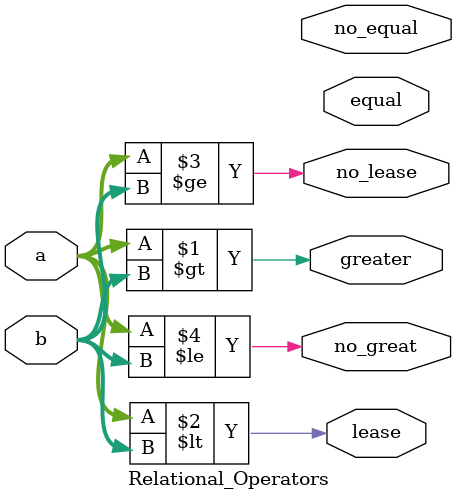
<source format=v>
/***********************************************
Module Name:   Relational_Operators
Feature:       4 bits numbers comparison
Coder:         Garfield
Organization:  XXXX Group, Department of Architecture
------------------------------------------------------
Input ports:   a, b, 4 bits, operent
Output Ports:  greater, 1 bit, ">"
               lease, 1 bit, "<"
               no_lease, 1bit, ">="
               no_great, 1 bit, "<="
               equal, 1 bit, "=="
               no_equal, 1 bit, "!="                
------------------------------------------------------
History:
12-03-2015: First Version by Garfield
12-03-2015: First verified by Relational_Operators_test  ISE/Modelsim
***********************************************/

module Relational_Operators
  ( 
    input[3:0] a, b,
    output greater, lease
           ,no_lease, no_great
           ,equal, no_equal
  );

//Definition for Variables in the module


//Load other module(s)

//Logical
assign greater = (a > b);
assign lease = (a < b);
assign no_lease = (a >= b);
assign no_great = (a <= b);
assign equale = (a == b);
assign no_equale = (a != b); 
endmodule
</source>
